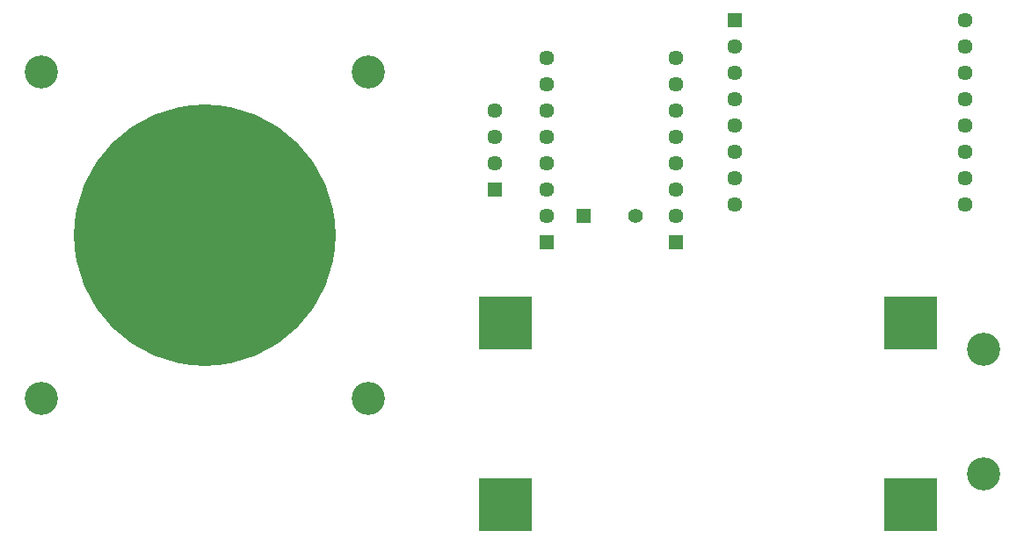
<source format=gbs>
G04*
G04 #@! TF.GenerationSoftware,Altium Limited,Altium Designer,24.6.1 (21)*
G04*
G04 Layer_Color=16711935*
%FSLAX44Y44*%
%MOMM*%
G71*
G04*
G04 #@! TF.SameCoordinates,1207D394-1C88-4F4B-BD9F-65BECFCF712D*
G04*
G04*
G04 #@! TF.FilePolarity,Negative*
G04*
G01*
G75*
%ADD13C,25.2032*%
%ADD14C,3.2032*%
%ADD15C,1.4432*%
%ADD16R,1.4432X1.4432*%
%ADD17R,5.2032X5.2032*%
%ADD18R,1.4032X1.4032*%
%ADD19C,1.4032*%
D13*
X310000Y960000D02*
D03*
D14*
X467500Y1117500D02*
D03*
X152500D02*
D03*
X467500Y802500D02*
D03*
X152500D02*
D03*
X1060000Y850000D02*
D03*
Y730000D02*
D03*
D15*
X1043030Y1167630D02*
D03*
Y1142230D02*
D03*
Y1116830D02*
D03*
Y1091430D02*
D03*
Y1066030D02*
D03*
Y1040630D02*
D03*
Y1015230D02*
D03*
Y989830D02*
D03*
X820780Y1142230D02*
D03*
Y1116830D02*
D03*
Y1091430D02*
D03*
Y1066030D02*
D03*
Y1040630D02*
D03*
Y1015230D02*
D03*
Y989830D02*
D03*
X590000Y1055400D02*
D03*
Y1080800D02*
D03*
Y1030000D02*
D03*
X640000Y1055400D02*
D03*
Y1004600D02*
D03*
Y1030000D02*
D03*
Y1131600D02*
D03*
Y1080800D02*
D03*
Y1106200D02*
D03*
Y979200D02*
D03*
X764460Y1055400D02*
D03*
Y1004600D02*
D03*
Y1030000D02*
D03*
Y1131600D02*
D03*
Y1080800D02*
D03*
Y1106200D02*
D03*
Y979200D02*
D03*
D16*
X820780Y1167630D02*
D03*
X590000Y1004600D02*
D03*
X640000Y953800D02*
D03*
X764460D02*
D03*
D17*
X600000Y700000D02*
D03*
Y875900D02*
D03*
X990000Y700000D02*
D03*
Y875900D02*
D03*
D18*
X675000Y978730D02*
D03*
D19*
X725000D02*
D03*
M02*

</source>
